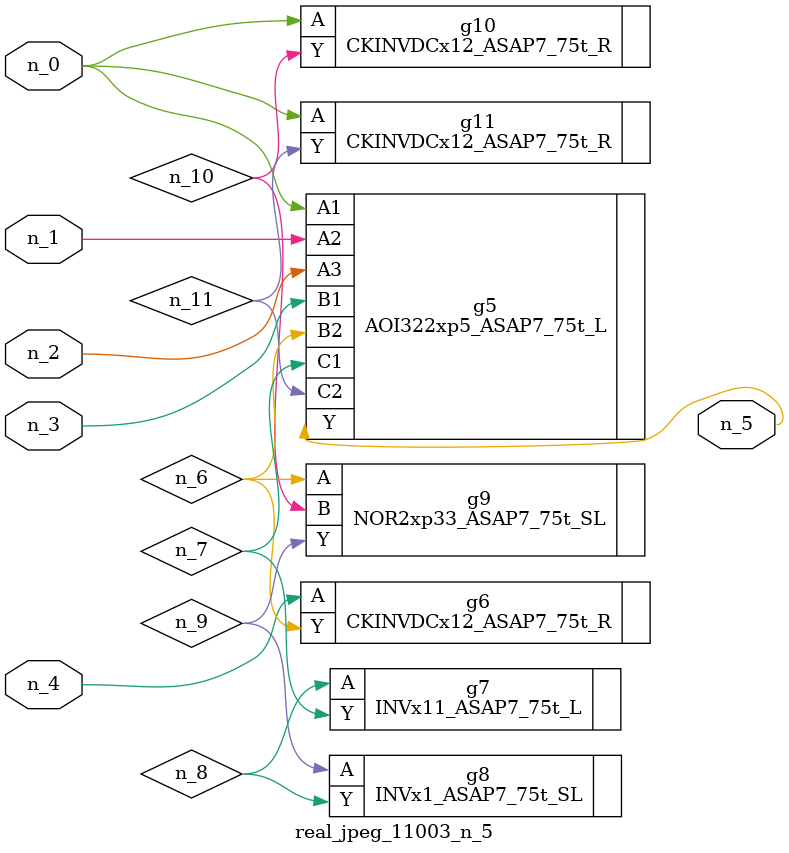
<source format=v>
module real_jpeg_11003_n_5 (n_4, n_0, n_1, n_2, n_3, n_5);

input n_4;
input n_0;
input n_1;
input n_2;
input n_3;

output n_5;

wire n_8;
wire n_11;
wire n_6;
wire n_7;
wire n_10;
wire n_9;

AOI322xp5_ASAP7_75t_L g5 ( 
.A1(n_0),
.A2(n_1),
.A3(n_2),
.B1(n_3),
.B2(n_6),
.C1(n_7),
.C2(n_11),
.Y(n_5)
);

CKINVDCx12_ASAP7_75t_R g10 ( 
.A(n_0),
.Y(n_10)
);

CKINVDCx12_ASAP7_75t_R g11 ( 
.A(n_0),
.Y(n_11)
);

CKINVDCx12_ASAP7_75t_R g6 ( 
.A(n_4),
.Y(n_6)
);

NOR2xp33_ASAP7_75t_SL g9 ( 
.A(n_6),
.B(n_10),
.Y(n_9)
);

INVx11_ASAP7_75t_L g7 ( 
.A(n_8),
.Y(n_7)
);

INVx1_ASAP7_75t_SL g8 ( 
.A(n_9),
.Y(n_8)
);


endmodule
</source>
